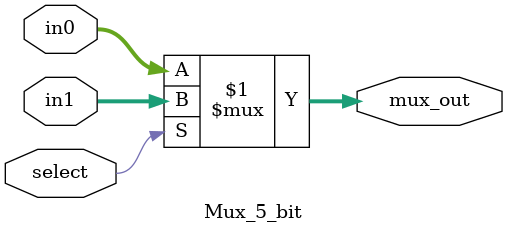
<source format=v>
module Mux_5_bit (in0, in1, mux_out, select);
	parameter N = 5;
	input [N-1:0] in0, in1;
	output [N-1:0] mux_out;
	input select;
	assign mux_out = select? in1: in0 ;
endmodule
</source>
